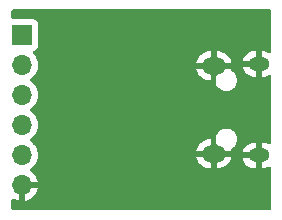
<source format=gbr>
%TF.GenerationSoftware,KiCad,Pcbnew,(5.99.0-10766-geeb405c196)*%
%TF.CreationDate,2021-06-27T17:30:59+04:00*%
%TF.ProjectId,FTDI_Basic_Breakout-3.3V,46544449-5f42-4617-9369-635f42726561,rev?*%
%TF.SameCoordinates,Original*%
%TF.FileFunction,Copper,L2,Bot*%
%TF.FilePolarity,Positive*%
%FSLAX46Y46*%
G04 Gerber Fmt 4.6, Leading zero omitted, Abs format (unit mm)*
G04 Created by KiCad (PCBNEW (5.99.0-10766-geeb405c196)) date 2021-06-27 17:30:59*
%MOMM*%
%LPD*%
G01*
G04 APERTURE LIST*
%TA.AperFunction,ComponentPad*%
%ADD10R,1.700000X1.700000*%
%TD*%
%TA.AperFunction,ComponentPad*%
%ADD11O,1.700000X1.700000*%
%TD*%
%TA.AperFunction,ComponentPad*%
%ADD12O,2.000000X1.450000*%
%TD*%
%TA.AperFunction,ComponentPad*%
%ADD13O,1.800000X1.150000*%
%TD*%
%TA.AperFunction,ViaPad*%
%ADD14C,0.800000*%
%TD*%
G04 APERTURE END LIST*
D10*
%TO.P,J2,1,Pin_1*%
%TO.N,/CTS*%
X121400000Y-94675000D03*
D11*
%TO.P,J2,2,Pin_2*%
%TO.N,/RX*%
X121400000Y-97215000D03*
%TO.P,J2,3,Pin_3*%
%TO.N,/DTR*%
X121400000Y-99755000D03*
%TO.P,J2,4,Pin_4*%
%TO.N,/TX*%
X121400000Y-102295000D03*
%TO.P,J2,5,Pin_5*%
%TO.N,/VCCIO*%
X121400000Y-104835000D03*
%TO.P,J2,6,Pin_6*%
%TO.N,GND*%
X121400000Y-107375000D03*
%TD*%
D12*
%TO.P,J1,6,Shield*%
%TO.N,GND*%
X137650000Y-97275000D03*
X137650000Y-104725000D03*
D13*
X141450000Y-104875000D03*
X141450000Y-97125000D03*
%TD*%
D14*
%TO.N,GND*%
X130200000Y-94000000D03*
X132200000Y-100400000D03*
X127800000Y-99000000D03*
X131250000Y-106500000D03*
%TD*%
%TA.AperFunction,Conductor*%
%TO.N,GND*%
G36*
X142434121Y-92528002D02*
G01*
X142480614Y-92581658D01*
X142492000Y-92634000D01*
X142492000Y-96067382D01*
X142471998Y-96135503D01*
X142418342Y-96181996D01*
X142348068Y-96192100D01*
X142297652Y-96173233D01*
X142280744Y-96162315D01*
X142270128Y-96156813D01*
X142089568Y-96084044D01*
X142078127Y-96080655D01*
X141885618Y-96043062D01*
X141877183Y-96042037D01*
X141875672Y-96042000D01*
X141722115Y-96042000D01*
X141706876Y-96046475D01*
X141705671Y-96047865D01*
X141704000Y-96055548D01*
X141704000Y-98189885D01*
X141708475Y-98205124D01*
X141709865Y-98206329D01*
X141717548Y-98208000D01*
X141824413Y-98208000D01*
X141830390Y-98207715D01*
X141974759Y-98193941D01*
X141986493Y-98191682D01*
X142173300Y-98136879D01*
X142184376Y-98132449D01*
X142308308Y-98068620D01*
X142378027Y-98055211D01*
X142443927Y-98081624D01*
X142485087Y-98139473D01*
X142492000Y-98180636D01*
X142492000Y-103817382D01*
X142471998Y-103885503D01*
X142418342Y-103931996D01*
X142348068Y-103942100D01*
X142297652Y-103923233D01*
X142280744Y-103912315D01*
X142270128Y-103906813D01*
X142089568Y-103834044D01*
X142078127Y-103830655D01*
X141885618Y-103793062D01*
X141877183Y-103792037D01*
X141875672Y-103792000D01*
X141722115Y-103792000D01*
X141706876Y-103796475D01*
X141705671Y-103797865D01*
X141704000Y-103805548D01*
X141704000Y-105939885D01*
X141708475Y-105955124D01*
X141709865Y-105956329D01*
X141717548Y-105958000D01*
X141824413Y-105958000D01*
X141830390Y-105957715D01*
X141974759Y-105943941D01*
X141986493Y-105941682D01*
X142173300Y-105886879D01*
X142184376Y-105882449D01*
X142308308Y-105818620D01*
X142378027Y-105805211D01*
X142443927Y-105831624D01*
X142485087Y-105889473D01*
X142492000Y-105930636D01*
X142492000Y-109366000D01*
X142471998Y-109434121D01*
X142418342Y-109480614D01*
X142366000Y-109492000D01*
X120634000Y-109492000D01*
X120565879Y-109471998D01*
X120519386Y-109418342D01*
X120508000Y-109366000D01*
X120508000Y-108646599D01*
X120528002Y-108578478D01*
X120581658Y-108531985D01*
X120651932Y-108521881D01*
X120701421Y-108540155D01*
X120766122Y-108581136D01*
X120775567Y-108586053D01*
X120978406Y-108670694D01*
X120988545Y-108673950D01*
X121128345Y-108706096D01*
X121142422Y-108705257D01*
X121146000Y-108695999D01*
X121146000Y-107642548D01*
X121654000Y-107642548D01*
X121654000Y-108694941D01*
X121658151Y-108709079D01*
X121668798Y-108710774D01*
X121672192Y-108710096D01*
X121883333Y-108648954D01*
X121893259Y-108645143D01*
X122091065Y-108549307D01*
X122100212Y-108543876D01*
X122279041Y-108416083D01*
X122287149Y-108409182D01*
X122441893Y-108253082D01*
X122448706Y-108244933D01*
X122574940Y-108064988D01*
X122580295Y-108055787D01*
X122674399Y-107857156D01*
X122678123Y-107847197D01*
X122735968Y-107640718D01*
X122734430Y-107632351D01*
X122722137Y-107629000D01*
X121672115Y-107629000D01*
X121656876Y-107633475D01*
X121655671Y-107634865D01*
X121654000Y-107642548D01*
X121146000Y-107642548D01*
X121146000Y-107247000D01*
X121166002Y-107178879D01*
X121219658Y-107132386D01*
X121272000Y-107121000D01*
X122719079Y-107121000D01*
X122732610Y-107117027D01*
X122733876Y-107108218D01*
X122686954Y-106927433D01*
X122683419Y-106917395D01*
X122593147Y-106716998D01*
X122587967Y-106707692D01*
X122465218Y-106525366D01*
X122458557Y-106517080D01*
X122306830Y-106358030D01*
X122298873Y-106350990D01*
X122122524Y-106219783D01*
X122109981Y-106212005D01*
X122062628Y-106159107D01*
X122051391Y-106089005D01*
X122079838Y-106023957D01*
X122103122Y-106002409D01*
X122283711Y-105873357D01*
X122446030Y-105709617D01*
X122482150Y-105658128D01*
X122575375Y-105525236D01*
X122575376Y-105525234D01*
X122578439Y-105520868D01*
X122677153Y-105312508D01*
X122739349Y-105090494D01*
X122749752Y-104990679D01*
X136166601Y-104990679D01*
X136227123Y-105187405D01*
X136231344Y-105197751D01*
X136327151Y-105383373D01*
X136333136Y-105392804D01*
X136460296Y-105558521D01*
X136467860Y-105566747D01*
X136622353Y-105707325D01*
X136631264Y-105714088D01*
X136808201Y-105825080D01*
X136818171Y-105830161D01*
X137011973Y-105908069D01*
X137022672Y-105911300D01*
X137228182Y-105953858D01*
X137237321Y-105955061D01*
X137286467Y-105957895D01*
X137290113Y-105958000D01*
X137377885Y-105958000D01*
X137393124Y-105953525D01*
X137394329Y-105952135D01*
X137396000Y-105944452D01*
X137396000Y-104997115D01*
X137394659Y-104992548D01*
X137904000Y-104992548D01*
X137904000Y-105939885D01*
X137908475Y-105955124D01*
X137909865Y-105956329D01*
X137917548Y-105958000D01*
X137978221Y-105958000D01*
X137983816Y-105957751D01*
X138138636Y-105943933D01*
X138149650Y-105941951D01*
X138351121Y-105886835D01*
X138361594Y-105882941D01*
X138550131Y-105793013D01*
X138559746Y-105787327D01*
X138729376Y-105665436D01*
X138737842Y-105658128D01*
X138883204Y-105508127D01*
X138890234Y-105499445D01*
X139006742Y-105326063D01*
X139012121Y-105316278D01*
X139088449Y-105142398D01*
X140075352Y-105142398D01*
X140094870Y-105223385D01*
X140098759Y-105234680D01*
X140179336Y-105411900D01*
X140185283Y-105422242D01*
X140297923Y-105581036D01*
X140305716Y-105590064D01*
X140446347Y-105724689D01*
X140455722Y-105732093D01*
X140619258Y-105837686D01*
X140629872Y-105843187D01*
X140810432Y-105915956D01*
X140821873Y-105919345D01*
X141014382Y-105956938D01*
X141022817Y-105957963D01*
X141024328Y-105958000D01*
X141177885Y-105958000D01*
X141193124Y-105953525D01*
X141194329Y-105952135D01*
X141196000Y-105944452D01*
X141196000Y-105147115D01*
X141191525Y-105131876D01*
X141190135Y-105130671D01*
X141182452Y-105129000D01*
X140090238Y-105129000D01*
X140076707Y-105132973D01*
X140075352Y-105142398D01*
X139088449Y-105142398D01*
X139096082Y-105125009D01*
X139099647Y-105114417D01*
X139127928Y-104996616D01*
X139127223Y-104982530D01*
X139118344Y-104979000D01*
X137922115Y-104979000D01*
X137906876Y-104983475D01*
X137905671Y-104984865D01*
X137904000Y-104992548D01*
X137394659Y-104992548D01*
X137391525Y-104981876D01*
X137390135Y-104980671D01*
X137382452Y-104979000D01*
X136181757Y-104979000D01*
X136167777Y-104983105D01*
X136166601Y-104990679D01*
X122749752Y-104990679D01*
X122763249Y-104861176D01*
X122763500Y-104835000D01*
X122745003Y-104617005D01*
X122744458Y-104610576D01*
X122744457Y-104610572D01*
X122744320Y-104608953D01*
X140070860Y-104608953D01*
X140072007Y-104617005D01*
X140085579Y-104621000D01*
X141177885Y-104621000D01*
X141193124Y-104616525D01*
X141194329Y-104615135D01*
X141196000Y-104607452D01*
X141196000Y-103810115D01*
X141191525Y-103794876D01*
X141190135Y-103793671D01*
X141182452Y-103792000D01*
X141075587Y-103792000D01*
X141069610Y-103792285D01*
X140925241Y-103806059D01*
X140913507Y-103808318D01*
X140726700Y-103863121D01*
X140715625Y-103867551D01*
X140542550Y-103956690D01*
X140532504Y-103963140D01*
X140379411Y-104083395D01*
X140370762Y-104091632D01*
X140243174Y-104238664D01*
X140236238Y-104248388D01*
X140138757Y-104416890D01*
X140133783Y-104427754D01*
X140070860Y-104608953D01*
X122744320Y-104608953D01*
X122744007Y-104605265D01*
X122704586Y-104453384D01*
X136172072Y-104453384D01*
X136172777Y-104467470D01*
X136181656Y-104471000D01*
X137377885Y-104471000D01*
X137393124Y-104466525D01*
X137394329Y-104465135D01*
X137396000Y-104457452D01*
X137396000Y-103510115D01*
X137393030Y-103500000D01*
X137786500Y-103500000D01*
X137787190Y-103506565D01*
X137804546Y-103671693D01*
X137806462Y-103689927D01*
X137865476Y-103871554D01*
X137887120Y-103909042D01*
X137904000Y-103972040D01*
X137904000Y-104452885D01*
X137908475Y-104468124D01*
X137909865Y-104469329D01*
X137917548Y-104471000D01*
X139118243Y-104471000D01*
X139132223Y-104466895D01*
X139133399Y-104459321D01*
X139121846Y-104421769D01*
X139120934Y-104350778D01*
X139158547Y-104290564D01*
X139168215Y-104282784D01*
X139305907Y-104182746D01*
X139305909Y-104182744D01*
X139311251Y-104178863D01*
X139351896Y-104133722D01*
X139434618Y-104041850D01*
X139434619Y-104041849D01*
X139439037Y-104036942D01*
X139534524Y-103871554D01*
X139593538Y-103689927D01*
X139595455Y-103671693D01*
X139612810Y-103506565D01*
X139613500Y-103500000D01*
X139593538Y-103310073D01*
X139534524Y-103128446D01*
X139439037Y-102963058D01*
X139311251Y-102821137D01*
X139305909Y-102817256D01*
X139305907Y-102817254D01*
X139162092Y-102712767D01*
X139162091Y-102712766D01*
X139156750Y-102708886D01*
X139150722Y-102706202D01*
X139150720Y-102706201D01*
X138988318Y-102633895D01*
X138988317Y-102633895D01*
X138982287Y-102631210D01*
X138888887Y-102611357D01*
X138801944Y-102592876D01*
X138801939Y-102592876D01*
X138795487Y-102591504D01*
X138604513Y-102591504D01*
X138598061Y-102592876D01*
X138598056Y-102592876D01*
X138511113Y-102611357D01*
X138417713Y-102631210D01*
X138411683Y-102633895D01*
X138411682Y-102633895D01*
X138249280Y-102706201D01*
X138249278Y-102706202D01*
X138243250Y-102708886D01*
X138237909Y-102712766D01*
X138237908Y-102712767D01*
X138094093Y-102817254D01*
X138094091Y-102817256D01*
X138088749Y-102821137D01*
X137960963Y-102963058D01*
X137865476Y-103128446D01*
X137806462Y-103310073D01*
X137786500Y-103500000D01*
X137393030Y-103500000D01*
X137391525Y-103494876D01*
X137390135Y-103493671D01*
X137382452Y-103492000D01*
X137321779Y-103492000D01*
X137316184Y-103492249D01*
X137161364Y-103506067D01*
X137150350Y-103508049D01*
X136948879Y-103563165D01*
X136938406Y-103567059D01*
X136749869Y-103656987D01*
X136740254Y-103662673D01*
X136570624Y-103784564D01*
X136562158Y-103791872D01*
X136416796Y-103941873D01*
X136409766Y-103950555D01*
X136293258Y-104123937D01*
X136287879Y-104133722D01*
X136203918Y-104324991D01*
X136200353Y-104335583D01*
X136172072Y-104453384D01*
X122704586Y-104453384D01*
X122686084Y-104382098D01*
X122671976Y-104350778D01*
X122593578Y-104176743D01*
X122593577Y-104176741D01*
X122591388Y-104171882D01*
X122462627Y-103980626D01*
X122454437Y-103972040D01*
X122364032Y-103877272D01*
X122303482Y-103813799D01*
X122118504Y-103676171D01*
X122113743Y-103673751D01*
X122110425Y-103671693D01*
X122063071Y-103618796D01*
X122051832Y-103548695D01*
X122080277Y-103483645D01*
X122103564Y-103462093D01*
X122216945Y-103381069D01*
X122283711Y-103333357D01*
X122446030Y-103169617D01*
X122578439Y-102980868D01*
X122677153Y-102772508D01*
X122739349Y-102550494D01*
X122763249Y-102321176D01*
X122763500Y-102295000D01*
X122744007Y-102065265D01*
X122686084Y-101842098D01*
X122591388Y-101631882D01*
X122462627Y-101440626D01*
X122303482Y-101273799D01*
X122118504Y-101136171D01*
X122113743Y-101133751D01*
X122110425Y-101131693D01*
X122063071Y-101078796D01*
X122051832Y-101008695D01*
X122080277Y-100943645D01*
X122103564Y-100922093D01*
X122216945Y-100841069D01*
X122283711Y-100793357D01*
X122446030Y-100629617D01*
X122578439Y-100440868D01*
X122677153Y-100232508D01*
X122739349Y-100010494D01*
X122763249Y-99781176D01*
X122763500Y-99755000D01*
X122744007Y-99525265D01*
X122686084Y-99302098D01*
X122630571Y-99178863D01*
X122593578Y-99096743D01*
X122593577Y-99096741D01*
X122591388Y-99091882D01*
X122462627Y-98900626D01*
X122303482Y-98733799D01*
X122118504Y-98596171D01*
X122113743Y-98593751D01*
X122110425Y-98591693D01*
X122063071Y-98538796D01*
X122051832Y-98468695D01*
X122080277Y-98403645D01*
X122103564Y-98382093D01*
X122204345Y-98310073D01*
X122283711Y-98253357D01*
X122366994Y-98169345D01*
X122442277Y-98093403D01*
X122442278Y-98093402D01*
X122446030Y-98089617D01*
X122549021Y-97942804D01*
X122575375Y-97905236D01*
X122575376Y-97905234D01*
X122578439Y-97900868D01*
X122677153Y-97692508D01*
X122719687Y-97540679D01*
X136166601Y-97540679D01*
X136227123Y-97737405D01*
X136231344Y-97747751D01*
X136327151Y-97933373D01*
X136333136Y-97942804D01*
X136460296Y-98108521D01*
X136467860Y-98116747D01*
X136622353Y-98257325D01*
X136631264Y-98264088D01*
X136808201Y-98375080D01*
X136818171Y-98380161D01*
X137011973Y-98458069D01*
X137022672Y-98461300D01*
X137228182Y-98503858D01*
X137237321Y-98505061D01*
X137286467Y-98507895D01*
X137290113Y-98508000D01*
X137377885Y-98508000D01*
X137393124Y-98503525D01*
X137394329Y-98502135D01*
X137394793Y-98500000D01*
X137786500Y-98500000D01*
X137806462Y-98689927D01*
X137865476Y-98871554D01*
X137960963Y-99036942D01*
X138088749Y-99178863D01*
X138094091Y-99182744D01*
X138094093Y-99182746D01*
X138237908Y-99287233D01*
X138243250Y-99291114D01*
X138249278Y-99293798D01*
X138249280Y-99293799D01*
X138411682Y-99366105D01*
X138417713Y-99368790D01*
X138511113Y-99388643D01*
X138598056Y-99407124D01*
X138598061Y-99407124D01*
X138604513Y-99408496D01*
X138795487Y-99408496D01*
X138801939Y-99407124D01*
X138801944Y-99407124D01*
X138888887Y-99388643D01*
X138982287Y-99368790D01*
X138988318Y-99366105D01*
X139150720Y-99293799D01*
X139150722Y-99293798D01*
X139156750Y-99291114D01*
X139162092Y-99287233D01*
X139305907Y-99182746D01*
X139305909Y-99182744D01*
X139311251Y-99178863D01*
X139439037Y-99036942D01*
X139534524Y-98871554D01*
X139593538Y-98689927D01*
X139613500Y-98500000D01*
X139610210Y-98468695D01*
X139594228Y-98316637D01*
X139594228Y-98316636D01*
X139593538Y-98310073D01*
X139590613Y-98301069D01*
X139554487Y-98189885D01*
X139534524Y-98128446D01*
X139439037Y-97963058D01*
X139311251Y-97821137D01*
X139305909Y-97817256D01*
X139305907Y-97817254D01*
X139167149Y-97716441D01*
X139123795Y-97660219D01*
X139118691Y-97585091D01*
X139127928Y-97546616D01*
X139127223Y-97532530D01*
X139118344Y-97529000D01*
X137922115Y-97529000D01*
X137906876Y-97533475D01*
X137905671Y-97534865D01*
X137904000Y-97542548D01*
X137904000Y-98027960D01*
X137887120Y-98090958D01*
X137865476Y-98128446D01*
X137845513Y-98189885D01*
X137809388Y-98301069D01*
X137806462Y-98310073D01*
X137805772Y-98316636D01*
X137805772Y-98316637D01*
X137789790Y-98468695D01*
X137786500Y-98500000D01*
X137394793Y-98500000D01*
X137396000Y-98494452D01*
X137396000Y-97547115D01*
X137391525Y-97531876D01*
X137390135Y-97530671D01*
X137382452Y-97529000D01*
X136181757Y-97529000D01*
X136167777Y-97533105D01*
X136166601Y-97540679D01*
X122719687Y-97540679D01*
X122739349Y-97470494D01*
X122747488Y-97392398D01*
X140075352Y-97392398D01*
X140094870Y-97473385D01*
X140098759Y-97484680D01*
X140179336Y-97661900D01*
X140185283Y-97672242D01*
X140297923Y-97831036D01*
X140305716Y-97840064D01*
X140446347Y-97974689D01*
X140455722Y-97982093D01*
X140619258Y-98087686D01*
X140629872Y-98093187D01*
X140810432Y-98165956D01*
X140821873Y-98169345D01*
X141014382Y-98206938D01*
X141022817Y-98207963D01*
X141024328Y-98208000D01*
X141177885Y-98208000D01*
X141193124Y-98203525D01*
X141194329Y-98202135D01*
X141196000Y-98194452D01*
X141196000Y-97397115D01*
X141191525Y-97381876D01*
X141190135Y-97380671D01*
X141182452Y-97379000D01*
X140090238Y-97379000D01*
X140076707Y-97382973D01*
X140075352Y-97392398D01*
X122747488Y-97392398D01*
X122763249Y-97241176D01*
X122763500Y-97215000D01*
X122747039Y-97021000D01*
X122745545Y-97003384D01*
X136172072Y-97003384D01*
X136172777Y-97017470D01*
X136181656Y-97021000D01*
X137377885Y-97021000D01*
X137393124Y-97016525D01*
X137394329Y-97015135D01*
X137396000Y-97007452D01*
X137396000Y-96060115D01*
X137394659Y-96055548D01*
X137904000Y-96055548D01*
X137904000Y-97002885D01*
X137908475Y-97018124D01*
X137909865Y-97019329D01*
X137917548Y-97021000D01*
X139118243Y-97021000D01*
X139132223Y-97016895D01*
X139133399Y-97009321D01*
X139087139Y-96858953D01*
X140070860Y-96858953D01*
X140072007Y-96867005D01*
X140085579Y-96871000D01*
X141177885Y-96871000D01*
X141193124Y-96866525D01*
X141194329Y-96865135D01*
X141196000Y-96857452D01*
X141196000Y-96060115D01*
X141191525Y-96044876D01*
X141190135Y-96043671D01*
X141182452Y-96042000D01*
X141075587Y-96042000D01*
X141069610Y-96042285D01*
X140925241Y-96056059D01*
X140913507Y-96058318D01*
X140726700Y-96113121D01*
X140715625Y-96117551D01*
X140542550Y-96206690D01*
X140532504Y-96213140D01*
X140379411Y-96333395D01*
X140370762Y-96341632D01*
X140243174Y-96488664D01*
X140236238Y-96498388D01*
X140138757Y-96666890D01*
X140133783Y-96677754D01*
X140070860Y-96858953D01*
X139087139Y-96858953D01*
X139072877Y-96812595D01*
X139068656Y-96802249D01*
X138972849Y-96616627D01*
X138966864Y-96607196D01*
X138839704Y-96441479D01*
X138832140Y-96433253D01*
X138677647Y-96292675D01*
X138668736Y-96285912D01*
X138491799Y-96174920D01*
X138481829Y-96169839D01*
X138288027Y-96091931D01*
X138277328Y-96088700D01*
X138071818Y-96046142D01*
X138062679Y-96044939D01*
X138013533Y-96042105D01*
X138009887Y-96042000D01*
X137922115Y-96042000D01*
X137906876Y-96046475D01*
X137905671Y-96047865D01*
X137904000Y-96055548D01*
X137394659Y-96055548D01*
X137391525Y-96044876D01*
X137390135Y-96043671D01*
X137382452Y-96042000D01*
X137321779Y-96042000D01*
X137316184Y-96042249D01*
X137161364Y-96056067D01*
X137150350Y-96058049D01*
X136948879Y-96113165D01*
X136938406Y-96117059D01*
X136749869Y-96206987D01*
X136740254Y-96212673D01*
X136570624Y-96334564D01*
X136562158Y-96341872D01*
X136416796Y-96491873D01*
X136409766Y-96500555D01*
X136293258Y-96673937D01*
X136287879Y-96683722D01*
X136203918Y-96874991D01*
X136200353Y-96885583D01*
X136172072Y-97003384D01*
X122745545Y-97003384D01*
X122744458Y-96990576D01*
X122744457Y-96990572D01*
X122744007Y-96985265D01*
X122686084Y-96762098D01*
X122616306Y-96607196D01*
X122593578Y-96556743D01*
X122593577Y-96556741D01*
X122591388Y-96551882D01*
X122462627Y-96360626D01*
X122391354Y-96285912D01*
X122330868Y-96222507D01*
X122298321Y-96159410D01*
X122305052Y-96088733D01*
X122348926Y-96032916D01*
X122386538Y-96014640D01*
X122419545Y-96004948D01*
X122454670Y-95994635D01*
X122454672Y-95994634D01*
X122463316Y-95992096D01*
X122501472Y-95967574D01*
X122578691Y-95917949D01*
X122578694Y-95917947D01*
X122586271Y-95913077D01*
X122592172Y-95906267D01*
X122676082Y-95809431D01*
X122676084Y-95809428D01*
X122681984Y-95802619D01*
X122742700Y-95669670D01*
X122743982Y-95660754D01*
X122762861Y-95529448D01*
X122762862Y-95529441D01*
X122763500Y-95525000D01*
X122763500Y-93825000D01*
X122758273Y-93751921D01*
X122717096Y-93611684D01*
X122692574Y-93573528D01*
X122642949Y-93496309D01*
X122642947Y-93496306D01*
X122638077Y-93488729D01*
X122631267Y-93482828D01*
X122534431Y-93398918D01*
X122534428Y-93398916D01*
X122527619Y-93393016D01*
X122394670Y-93332300D01*
X122385755Y-93331018D01*
X122385754Y-93331018D01*
X122254448Y-93312139D01*
X122254441Y-93312138D01*
X122250000Y-93311500D01*
X120634000Y-93311500D01*
X120565879Y-93291498D01*
X120519386Y-93237842D01*
X120508000Y-93185500D01*
X120508000Y-92634000D01*
X120528002Y-92565879D01*
X120581658Y-92519386D01*
X120634000Y-92508000D01*
X142366000Y-92508000D01*
X142434121Y-92528002D01*
G37*
%TD.AperFunction*%
%TD*%
M02*

</source>
